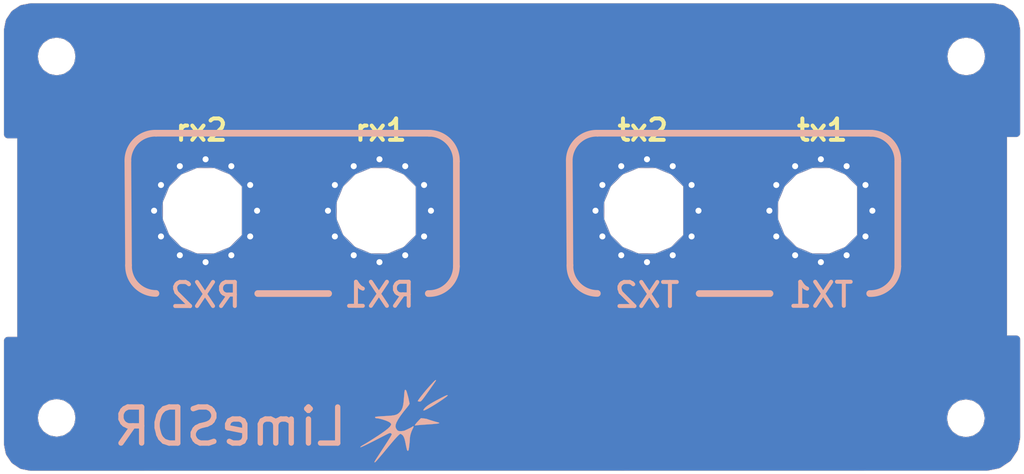
<source format=kicad_pcb>
(kicad_pcb (version 4) (host pcbnew "(2016-07-22 BZR 6991, Git 146a78a)-product")

  (general
    (links 47)
    (no_connects 47)
    (area 25.619999 92.929999 101.630001 127.950001)
    (thickness 1.6)
    (drawings 242)
    (tracks 0)
    (zones 0)
    (modules 5)
    (nets 2)
  )

  (page A4)
  (layers
    (0 F.Cu signal)
    (31 B.Cu signal)
    (32 B.Adhes user)
    (33 F.Adhes user)
    (34 B.Paste user)
    (35 F.Paste user)
    (36 B.SilkS user)
    (37 F.SilkS user)
    (38 B.Mask user)
    (39 F.Mask user)
    (40 Dwgs.User user)
    (41 Cmts.User user)
    (42 Eco1.User user)
    (43 Eco2.User user)
    (44 Edge.Cuts user)
    (45 Margin user)
    (46 B.CrtYd user)
    (47 F.CrtYd user)
    (48 B.Fab user)
    (49 F.Fab user)
  )

  (setup
    (last_trace_width 0.25)
    (trace_clearance 0.2)
    (zone_clearance 0)
    (zone_45_only yes)
    (trace_min 0.2)
    (segment_width 0.2)
    (edge_width 0.02)
    (via_size 0.8)
    (via_drill 0.4)
    (via_min_size 0.4)
    (via_min_drill 0.3)
    (uvia_size 0.3)
    (uvia_drill 0.1)
    (uvias_allowed no)
    (uvia_min_size 0.2)
    (uvia_min_drill 0.1)
    (pcb_text_width 0.3)
    (pcb_text_size 1.5 1.5)
    (mod_edge_width 0.15)
    (mod_text_size 1 1)
    (mod_text_width 0.15)
    (pad_size 0.8 0.8)
    (pad_drill 0.45)
    (pad_to_mask_clearance 0)
    (aux_axis_origin 25.45 92.7)
    (grid_origin 25.45 92.7)
    (visible_elements 7FFFFFFF)
    (pcbplotparams
      (layerselection 0x010f0_ffffffff)
      (usegerberextensions true)
      (excludeedgelayer true)
      (linewidth 0.150000)
      (plotframeref false)
      (viasonmask false)
      (mode 1)
      (useauxorigin true)
      (hpglpennumber 1)
      (hpglpenspeed 20)
      (hpglpendiameter 15)
      (psnegative false)
      (psa4output false)
      (plotreference false)
      (plotvalue false)
      (plotinvisibletext false)
      (padsonsilk false)
      (subtractmaskfromsilk true)
      (outputformat 1)
      (mirror false)
      (drillshape 0)
      (scaleselection 1)
      (outputdirectory Gerber/20160902_front_panel_4_conn/))
  )

  (net 0 "")
  (net 1 GND)

  (net_class Default "This is the default net class."
    (clearance 0.2)
    (trace_width 0.25)
    (via_dia 0.8)
    (via_drill 0.4)
    (uvia_dia 0.3)
    (uvia_drill 0.1)
    (add_net GND)
  )

  (module Ohisja:SMA_test1 (layer B.Cu) (tedit 57AB487E) (tstamp 57C9B296)
    (at 53.71 108.47 180)
    (fp_text reference REF** (at 0 -7.7 180) (layer Dwgs.User)
      (effects (font (size 1 1) (thickness 0.15)))
    )
    (fp_text value 2 (at 0 -6.7 180) (layer B.Fab)
      (effects (font (size 1 1) (thickness 0.15)) (justify mirror))
    )
    (fp_circle (center 0 0) (end 2.66 0) (layer B.Mask) (width 3))
    (fp_arc (start 0 0) (end -2.7 1.81) (angle -292.3265473) (layer Edge.Cuts) (width 0.02))
    (fp_circle (center 0 0) (end 6.25 0) (layer Dwgs.User) (width 0.15))
    (fp_line (start 0.2 -0.2) (end -0.2 0.2) (layer Dwgs.User) (width 0.15))
    (fp_line (start -0.2 -0.2) (end 0.2 0.2) (layer Dwgs.User) (width 0.15))
    (fp_line (start 4 -2.1) (end 4 2.1) (layer Dwgs.User) (width 0.15))
    (fp_line (start 0 -4.5) (end 4 -2.1) (layer Dwgs.User) (width 0.15))
    (fp_line (start -4 -2.1) (end 0 -4.5) (layer Dwgs.User) (width 0.15))
    (fp_line (start -4 2.1) (end -4 -2.1) (layer Dwgs.User) (width 0.15))
    (fp_line (start 0 4.5) (end -4 2.1) (layer Dwgs.User) (width 0.15))
    (fp_line (start 4 2.1) (end 0 4.5) (layer Dwgs.User) (width 0.15))
    (fp_line (start -2.7 1.81) (end -2.7 -1.81) (layer Edge.Cuts) (width 0.02))
    (fp_circle (center 0 0) (end 4.5 0) (layer Dwgs.User) (width 0.15))
    (fp_circle (center 0 0) (end 3.25 0) (layer Dwgs.User) (width 0.15))
    (fp_line (start -2.93 1.84) (end -2.93 -1.85) (layer B.Mask) (width 0.7))
    (fp_circle (center 0 0) (end 3.83 0) (layer B.Mask) (width 1.35))
    (fp_line (start -2.92 1.98) (end -2.92 -1.99) (layer F.Mask) (width 0.7))
    (fp_circle (center 0 0) (end 3.83 0) (layer F.Mask) (width 1.35))
    (fp_circle (center 0 0) (end 2.66 0) (layer F.Mask) (width 3))
    (pad 1 thru_hole circle (at 3.85 0 270) (size 0.8 0.8) (drill 0.45) (layers *.Cu)
      (net 1 GND))
    (pad 1 thru_hole circle (at 3.334198 1.925 240) (size 0.8 0.8) (drill 0.45) (layers *.Cu)
      (net 1 GND))
    (pad 1 thru_hole circle (at 1.925 3.334198 210) (size 0.8 0.8) (drill 0.45) (layers *.Cu)
      (net 1 GND))
    (pad 1 thru_hole circle (at 0 3.85 180) (size 0.8 0.8) (drill 0.45) (layers *.Cu)
      (net 1 GND))
    (pad 1 thru_hole circle (at -1.925 3.334198 150) (size 0.8 0.8) (drill 0.45) (layers *.Cu)
      (net 1 GND))
    (pad 1 thru_hole circle (at -3.334198 1.925 120) (size 0.8 0.8) (drill 0.45) (layers *.Cu)
      (net 1 GND))
    (pad 1 thru_hole circle (at -3.85 0 90) (size 0.8 0.8) (drill 0.45) (layers *.Cu)
      (net 1 GND))
    (pad 1 thru_hole circle (at -3.334198 -1.925 60) (size 0.8 0.8) (drill 0.45) (layers *.Cu)
      (net 1 GND))
    (pad 1 thru_hole circle (at -1.925 -3.334198 30) (size 0.8 0.8) (drill 0.45) (layers *.Cu)
      (net 1 GND))
    (pad 1 thru_hole circle (at 0 -3.85) (size 0.8 0.8) (drill 0.45) (layers *.Cu)
      (net 1 GND))
    (pad 1 thru_hole circle (at 1.925 -3.334198 330) (size 0.8 0.8) (drill 0.45) (layers *.Cu)
      (net 1 GND))
    (pad 1 thru_hole circle (at 3.334198 -1.925 300) (size 0.8 0.8) (drill 0.45) (layers *.Cu)
      (net 1 GND))
    (model D:/Dropbox/Projekti/Ohisja/sma.wrl
      (at (xyz 0 -0.02559055118110237 -0.1377952755905512))
      (scale (xyz 0.3937 0.3937 0.3937))
      (rotate (xyz 0 0 0))
    )
  )

  (module Ohisja:SMA_test1 (layer B.Cu) (tedit 57AB487E) (tstamp 57C9B274)
    (at 40.71 108.47 180)
    (fp_text reference REF** (at 0 -7.7 180) (layer Dwgs.User)
      (effects (font (size 1 1) (thickness 0.15)))
    )
    (fp_text value 2 (at 0 -6.7 180) (layer B.Fab)
      (effects (font (size 1 1) (thickness 0.15)) (justify mirror))
    )
    (fp_circle (center 0 0) (end 2.66 0) (layer B.Mask) (width 3))
    (fp_arc (start 0 0) (end -2.7 1.81) (angle -292.3265473) (layer Edge.Cuts) (width 0.02))
    (fp_circle (center 0 0) (end 6.25 0) (layer Dwgs.User) (width 0.15))
    (fp_line (start 0.2 -0.2) (end -0.2 0.2) (layer Dwgs.User) (width 0.15))
    (fp_line (start -0.2 -0.2) (end 0.2 0.2) (layer Dwgs.User) (width 0.15))
    (fp_line (start 4 -2.1) (end 4 2.1) (layer Dwgs.User) (width 0.15))
    (fp_line (start 0 -4.5) (end 4 -2.1) (layer Dwgs.User) (width 0.15))
    (fp_line (start -4 -2.1) (end 0 -4.5) (layer Dwgs.User) (width 0.15))
    (fp_line (start -4 2.1) (end -4 -2.1) (layer Dwgs.User) (width 0.15))
    (fp_line (start 0 4.5) (end -4 2.1) (layer Dwgs.User) (width 0.15))
    (fp_line (start 4 2.1) (end 0 4.5) (layer Dwgs.User) (width 0.15))
    (fp_line (start -2.7 1.81) (end -2.7 -1.81) (layer Edge.Cuts) (width 0.02))
    (fp_circle (center 0 0) (end 4.5 0) (layer Dwgs.User) (width 0.15))
    (fp_circle (center 0 0) (end 3.25 0) (layer Dwgs.User) (width 0.15))
    (fp_line (start -2.93 1.84) (end -2.93 -1.85) (layer B.Mask) (width 0.7))
    (fp_circle (center 0 0) (end 3.83 0) (layer B.Mask) (width 1.35))
    (fp_line (start -2.92 1.98) (end -2.92 -1.99) (layer F.Mask) (width 0.7))
    (fp_circle (center 0 0) (end 3.83 0) (layer F.Mask) (width 1.35))
    (fp_circle (center 0 0) (end 2.66 0) (layer F.Mask) (width 3))
    (pad 1 thru_hole circle (at 3.85 0 270) (size 0.8 0.8) (drill 0.45) (layers *.Cu)
      (net 1 GND))
    (pad 1 thru_hole circle (at 3.334198 1.925 240) (size 0.8 0.8) (drill 0.45) (layers *.Cu)
      (net 1 GND))
    (pad 1 thru_hole circle (at 1.925 3.334198 210) (size 0.8 0.8) (drill 0.45) (layers *.Cu)
      (net 1 GND))
    (pad 1 thru_hole circle (at 0 3.85 180) (size 0.8 0.8) (drill 0.45) (layers *.Cu)
      (net 1 GND))
    (pad 1 thru_hole circle (at -1.925 3.334198 150) (size 0.8 0.8) (drill 0.45) (layers *.Cu)
      (net 1 GND))
    (pad 1 thru_hole circle (at -3.334198 1.925 120) (size 0.8 0.8) (drill 0.45) (layers *.Cu)
      (net 1 GND))
    (pad 1 thru_hole circle (at -3.85 0 90) (size 0.8 0.8) (drill 0.45) (layers *.Cu)
      (net 1 GND))
    (pad 1 thru_hole circle (at -3.334198 -1.925 60) (size 0.8 0.8) (drill 0.45) (layers *.Cu)
      (net 1 GND))
    (pad 1 thru_hole circle (at -1.925 -3.334198 30) (size 0.8 0.8) (drill 0.45) (layers *.Cu)
      (net 1 GND))
    (pad 1 thru_hole circle (at 0 -3.85) (size 0.8 0.8) (drill 0.45) (layers *.Cu)
      (net 1 GND))
    (pad 1 thru_hole circle (at 1.925 -3.334198 330) (size 0.8 0.8) (drill 0.45) (layers *.Cu)
      (net 1 GND))
    (pad 1 thru_hole circle (at 3.334198 -1.925 300) (size 0.8 0.8) (drill 0.45) (layers *.Cu)
      (net 1 GND))
    (model D:/Dropbox/Projekti/Ohisja/sma.wrl
      (at (xyz 0 -0.02559055118110237 -0.1377952755905512))
      (scale (xyz 0.3937 0.3937 0.3937))
      (rotate (xyz 0 0 0))
    )
  )

  (module Ohisja:SMA_test1 (layer B.Cu) (tedit 57AB487E) (tstamp 57ABA22E)
    (at 86.71 108.47 180)
    (fp_text reference REF** (at 0 -7.7 180) (layer Dwgs.User)
      (effects (font (size 1 1) (thickness 0.15)))
    )
    (fp_text value 2 (at 0 -6.7 180) (layer B.Fab)
      (effects (font (size 1 1) (thickness 0.15)) (justify mirror))
    )
    (fp_circle (center 0 0) (end 2.66 0) (layer B.Mask) (width 3))
    (fp_arc (start 0 0) (end -2.7 1.81) (angle -292.3265473) (layer Edge.Cuts) (width 0.02))
    (fp_circle (center 0 0) (end 6.25 0) (layer Dwgs.User) (width 0.15))
    (fp_line (start 0.2 -0.2) (end -0.2 0.2) (layer Dwgs.User) (width 0.15))
    (fp_line (start -0.2 -0.2) (end 0.2 0.2) (layer Dwgs.User) (width 0.15))
    (fp_line (start 4 -2.1) (end 4 2.1) (layer Dwgs.User) (width 0.15))
    (fp_line (start 0 -4.5) (end 4 -2.1) (layer Dwgs.User) (width 0.15))
    (fp_line (start -4 -2.1) (end 0 -4.5) (layer Dwgs.User) (width 0.15))
    (fp_line (start -4 2.1) (end -4 -2.1) (layer Dwgs.User) (width 0.15))
    (fp_line (start 0 4.5) (end -4 2.1) (layer Dwgs.User) (width 0.15))
    (fp_line (start 4 2.1) (end 0 4.5) (layer Dwgs.User) (width 0.15))
    (fp_line (start -2.7 1.81) (end -2.7 -1.81) (layer Edge.Cuts) (width 0.02))
    (fp_circle (center 0 0) (end 4.5 0) (layer Dwgs.User) (width 0.15))
    (fp_circle (center 0 0) (end 3.25 0) (layer Dwgs.User) (width 0.15))
    (fp_line (start -2.93 1.84) (end -2.93 -1.85) (layer B.Mask) (width 0.7))
    (fp_circle (center 0 0) (end 3.83 0) (layer B.Mask) (width 1.35))
    (fp_line (start -2.92 1.98) (end -2.92 -1.99) (layer F.Mask) (width 0.7))
    (fp_circle (center 0 0) (end 3.83 0) (layer F.Mask) (width 1.35))
    (fp_circle (center 0 0) (end 2.66 0) (layer F.Mask) (width 3))
    (pad 1 thru_hole circle (at 3.85 0 270) (size 0.8 0.8) (drill 0.45) (layers *.Cu)
      (net 1 GND))
    (pad 1 thru_hole circle (at 3.334198 1.925 240) (size 0.8 0.8) (drill 0.45) (layers *.Cu)
      (net 1 GND))
    (pad 1 thru_hole circle (at 1.925 3.334198 210) (size 0.8 0.8) (drill 0.45) (layers *.Cu)
      (net 1 GND))
    (pad 1 thru_hole circle (at 0 3.85 180) (size 0.8 0.8) (drill 0.45) (layers *.Cu)
      (net 1 GND))
    (pad 1 thru_hole circle (at -1.925 3.334198 150) (size 0.8 0.8) (drill 0.45) (layers *.Cu)
      (net 1 GND))
    (pad 1 thru_hole circle (at -3.334198 1.925 120) (size 0.8 0.8) (drill 0.45) (layers *.Cu)
      (net 1 GND))
    (pad 1 thru_hole circle (at -3.85 0 90) (size 0.8 0.8) (drill 0.45) (layers *.Cu)
      (net 1 GND))
    (pad 1 thru_hole circle (at -3.334198 -1.925 60) (size 0.8 0.8) (drill 0.45) (layers *.Cu)
      (net 1 GND))
    (pad 1 thru_hole circle (at -1.925 -3.334198 30) (size 0.8 0.8) (drill 0.45) (layers *.Cu)
      (net 1 GND))
    (pad 1 thru_hole circle (at 0 -3.85) (size 0.8 0.8) (drill 0.45) (layers *.Cu)
      (net 1 GND))
    (pad 1 thru_hole circle (at 1.925 -3.334198 330) (size 0.8 0.8) (drill 0.45) (layers *.Cu)
      (net 1 GND))
    (pad 1 thru_hole circle (at 3.334198 -1.925 300) (size 0.8 0.8) (drill 0.45) (layers *.Cu)
      (net 1 GND))
    (model D:/Dropbox/Projekti/Ohisja/sma.wrl
      (at (xyz 0 -0.02559055118110237 -0.1377952755905512))
      (scale (xyz 0.3937 0.3937 0.3937))
      (rotate (xyz 0 0 0))
    )
  )

  (module Ohisja:SMA_test1 (layer B.Cu) (tedit 57AB487E) (tstamp 57ABA20C)
    (at 73.71 108.47 180)
    (fp_text reference REF** (at 0 -7.7 180) (layer Dwgs.User)
      (effects (font (size 1 1) (thickness 0.15)))
    )
    (fp_text value 2 (at 0 -6.7 180) (layer B.Fab)
      (effects (font (size 1 1) (thickness 0.15)) (justify mirror))
    )
    (fp_circle (center 0 0) (end 2.66 0) (layer B.Mask) (width 3))
    (fp_arc (start 0 0) (end -2.7 1.81) (angle -292.3265473) (layer Edge.Cuts) (width 0.02))
    (fp_circle (center 0 0) (end 6.25 0) (layer Dwgs.User) (width 0.15))
    (fp_line (start 0.2 -0.2) (end -0.2 0.2) (layer Dwgs.User) (width 0.15))
    (fp_line (start -0.2 -0.2) (end 0.2 0.2) (layer Dwgs.User) (width 0.15))
    (fp_line (start 4 -2.1) (end 4 2.1) (layer Dwgs.User) (width 0.15))
    (fp_line (start 0 -4.5) (end 4 -2.1) (layer Dwgs.User) (width 0.15))
    (fp_line (start -4 -2.1) (end 0 -4.5) (layer Dwgs.User) (width 0.15))
    (fp_line (start -4 2.1) (end -4 -2.1) (layer Dwgs.User) (width 0.15))
    (fp_line (start 0 4.5) (end -4 2.1) (layer Dwgs.User) (width 0.15))
    (fp_line (start 4 2.1) (end 0 4.5) (layer Dwgs.User) (width 0.15))
    (fp_line (start -2.7 1.81) (end -2.7 -1.81) (layer Edge.Cuts) (width 0.02))
    (fp_circle (center 0 0) (end 4.5 0) (layer Dwgs.User) (width 0.15))
    (fp_circle (center 0 0) (end 3.25 0) (layer Dwgs.User) (width 0.15))
    (fp_line (start -2.93 1.84) (end -2.93 -1.85) (layer B.Mask) (width 0.7))
    (fp_circle (center 0 0) (end 3.83 0) (layer B.Mask) (width 1.35))
    (fp_line (start -2.92 1.98) (end -2.92 -1.99) (layer F.Mask) (width 0.7))
    (fp_circle (center 0 0) (end 3.83 0) (layer F.Mask) (width 1.35))
    (fp_circle (center 0 0) (end 2.66 0) (layer F.Mask) (width 3))
    (pad 1 thru_hole circle (at 3.85 0 270) (size 0.8 0.8) (drill 0.45) (layers *.Cu)
      (net 1 GND))
    (pad 1 thru_hole circle (at 3.334198 1.925 240) (size 0.8 0.8) (drill 0.45) (layers *.Cu)
      (net 1 GND))
    (pad 1 thru_hole circle (at 1.925 3.334198 210) (size 0.8 0.8) (drill 0.45) (layers *.Cu)
      (net 1 GND))
    (pad 1 thru_hole circle (at 0 3.85 180) (size 0.8 0.8) (drill 0.45) (layers *.Cu)
      (net 1 GND))
    (pad 1 thru_hole circle (at -1.925 3.334198 150) (size 0.8 0.8) (drill 0.45) (layers *.Cu)
      (net 1 GND))
    (pad 1 thru_hole circle (at -3.334198 1.925 120) (size 0.8 0.8) (drill 0.45) (layers *.Cu)
      (net 1 GND))
    (pad 1 thru_hole circle (at -3.85 0 90) (size 0.8 0.8) (drill 0.45) (layers *.Cu)
      (net 1 GND))
    (pad 1 thru_hole circle (at -3.334198 -1.925 60) (size 0.8 0.8) (drill 0.45) (layers *.Cu)
      (net 1 GND))
    (pad 1 thru_hole circle (at -1.925 -3.334198 30) (size 0.8 0.8) (drill 0.45) (layers *.Cu)
      (net 1 GND))
    (pad 1 thru_hole circle (at 0 -3.85) (size 0.8 0.8) (drill 0.45) (layers *.Cu)
      (net 1 GND))
    (pad 1 thru_hole circle (at 1.925 -3.334198 330) (size 0.8 0.8) (drill 0.45) (layers *.Cu)
      (net 1 GND))
    (pad 1 thru_hole circle (at 3.334198 -1.925 300) (size 0.8 0.8) (drill 0.45) (layers *.Cu)
      (net 1 GND))
    (model D:/Dropbox/Projekti/Ohisja/sma.wrl
      (at (xyz 0 -0.02559055118110237 -0.1377952755905512))
      (scale (xyz 0.3937 0.3937 0.3937))
      (rotate (xyz 0 0 0))
    )
  )

  (module Ohisja:Lime_logo (layer B.Cu) (tedit 0) (tstamp 57D417C1)
    (at 55.8 124.26)
    (fp_text reference G*** (at 0 0) (layer B.SilkS) hide
      (effects (font (thickness 0.3)) (justify mirror))
    )
    (fp_text value LOGO (at 0.75 0) (layer B.SilkS) hide
      (effects (font (thickness 0.3)) (justify mirror))
    )
    (fp_poly (pts (xy 0.945957 -1.508197) (xy 0.982519 -1.519661) (xy 1.023131 -1.546913) (xy 1.073568 -1.596618)
      (xy 1.139601 -1.675441) (xy 1.227003 -1.790047) (xy 1.341546 -1.947101) (xy 1.489005 -2.153268)
      (xy 1.583381 -2.286) (xy 1.731494 -2.495399) (xy 1.864803 -2.685609) (xy 1.977766 -2.848585)
      (xy 2.064847 -2.976282) (xy 2.120505 -3.060655) (xy 2.13923 -3.093357) (xy 2.123027 -3.121022)
      (xy 2.067141 -3.090645) (xy 1.97079 -3.001686) (xy 1.901192 -2.928592) (xy 1.726978 -2.739481)
      (xy 1.587731 -2.585778) (xy 1.468508 -2.450207) (xy 1.354369 -2.315488) (xy 1.230375 -2.164344)
      (xy 1.095232 -1.996531) (xy 0.978321 -1.847263) (xy 0.881011 -1.716509) (xy 0.81103 -1.615175)
      (xy 0.776107 -1.554169) (xy 0.773823 -1.542959) (xy 0.814691 -1.517775) (xy 0.897791 -1.505979)
      (xy 0.907674 -1.505857) (xy 0.945957 -1.508197)) (layer B.SilkS) (width 0.01))
    (fp_poly (pts (xy -2.414828 3.029694) (xy -2.342616 2.962919) (xy -2.234055 2.842521) (xy -2.173854 2.771859)
      (xy -2.070789 2.649805) (xy -1.982798 2.546189) (xy -1.922028 2.475287) (xy -1.90366 2.454359)
      (xy -1.869525 2.414224) (xy -1.797317 2.327588) (xy -1.694991 2.204054) (xy -1.570505 2.053228)
      (xy -1.433575 1.886857) (xy -1.277906 1.699781) (xy -1.119419 1.513377) (xy -0.970984 1.3425)
      (xy -0.84547 1.202006) (xy -0.773486 1.124857) (xy -0.665038 1.013779) (xy -0.592913 0.947379)
      (xy -0.543215 0.917947) (xy -0.502046 0.917775) (xy -0.45551 0.939153) (xy -0.447103 0.9438)
      (xy -0.349671 1.021291) (xy -0.272321 1.13977) (xy -0.209494 1.310244) (xy -0.162927 1.506382)
      (xy -0.115809 1.740134) (xy -0.079962 1.912144) (xy -0.052598 2.031868) (xy -0.030931 2.108762)
      (xy -0.012172 2.15228) (xy 0.006466 2.171877) (xy 0.027769 2.17701) (xy 0.034807 2.177143)
      (xy 0.063057 2.165044) (xy 0.08558 2.121138) (xy 0.105379 2.034012) (xy 0.125457 1.892254)
      (xy 0.137869 1.7854) (xy 0.156189 1.607522) (xy 0.170769 1.441043) (xy 0.179748 1.308659)
      (xy 0.181706 1.250185) (xy 0.199496 1.091541) (xy 0.246577 0.899854) (xy 0.314279 0.703938)
      (xy 0.393934 0.532602) (xy 0.401806 0.518655) (xy 0.45112 0.414665) (xy 0.461278 0.349628)
      (xy 0.433943 0.331943) (xy 0.372151 0.368844) (xy 0.333678 0.396945) (xy 0.27366 0.432034)
      (xy 0.181743 0.479373) (xy 0.047576 0.544224) (xy -0.139195 0.631847) (xy -0.21062 0.665026)
      (xy -0.294235 0.687455) (xy -0.416548 0.702362) (xy -0.494912 0.705689) (xy -0.618109 0.701922)
      (xy -0.696294 0.681518) (xy -0.756654 0.635181) (xy -0.781604 0.607642) (xy -0.848617 0.502326)
      (xy -0.890078 0.38799) (xy -0.890345 0.386593) (xy -0.883766 0.248693) (xy -0.821226 0.066959)
      (xy -0.703534 -0.157241) (xy -0.5315 -0.422536) (xy -0.305936 -0.727557) (xy -0.02915 -1.06915)
      (xy 0.082211 -1.210981) (xy 0.147021 -1.315051) (xy 0.161882 -1.37586) (xy 0.161288 -1.377578)
      (xy 0.14236 -1.444658) (xy 0.118945 -1.552414) (xy 0.107255 -1.614715) (xy 0.089001 -1.71008)
      (xy 0.066478 -1.808588) (xy 0.035228 -1.927273) (xy -0.009203 -2.083167) (xy -0.062993 -2.265493)
      (xy -0.104558 -2.35475) (xy -0.153671 -2.388687) (xy -0.198983 -2.35952) (xy -0.199319 -2.358981)
      (xy -0.210401 -2.310042) (xy -0.224021 -2.202855) (xy -0.238689 -2.051632) (xy -0.252917 -1.870584)
      (xy -0.257459 -1.803708) (xy -0.282169 -1.505292) (xy -0.314947 -1.267958) (xy -0.358815 -1.08039)
      (xy -0.416794 -0.931275) (xy -0.491906 -0.809297) (xy -0.53787 -0.753798) (xy -0.619676 -0.668307)
      (xy -0.699684 -0.600572) (xy -0.787921 -0.547969) (xy -0.894414 -0.507875) (xy -1.02919 -0.477666)
      (xy -1.202276 -0.454718) (xy -1.423699 -0.436408) (xy -1.703485 -0.420113) (xy -1.839104 -0.413322)
      (xy -2.027446 -0.40248) (xy -2.191216 -0.389929) (xy -2.316043 -0.377003) (xy -2.387555 -0.365039)
      (xy -2.397109 -0.361465) (xy -2.424567 -0.319532) (xy -2.395238 -0.279033) (xy -2.323533 -0.255459)
      (xy -2.29714 -0.254) (xy -2.165688 -0.240636) (xy -1.998118 -0.204727) (xy -1.813423 -0.152545)
      (xy -1.630597 -0.090363) (xy -1.468633 -0.024454) (xy -1.346523 0.038909) (xy -1.296931 0.076344)
      (xy -1.232899 0.146602) (xy -1.215235 0.197974) (xy -1.236583 0.260366) (xy -1.246736 0.280381)
      (xy -1.324132 0.384987) (xy -1.46274 0.516838) (xy -1.663931 0.677094) (xy -1.929078 0.866912)
      (xy -1.995773 0.912512) (xy -2.168564 1.02791) (xy -2.369716 1.159226) (xy -2.583912 1.296757)
      (xy -2.795836 1.430801) (xy -2.990172 1.551653) (xy -3.151603 1.649612) (xy -3.246045 1.704571)
      (xy -3.382733 1.783554) (xy -3.466204 1.838605) (xy -3.508011 1.878526) (xy -3.519708 1.912116)
      (xy -3.519714 1.913012) (xy -3.490275 1.911419) (xy -3.401533 1.877177) (xy -3.252857 1.809975)
      (xy -3.043614 1.709506) (xy -2.773171 1.575461) (xy -2.440896 1.407529) (xy -2.046155 1.205403)
      (xy -1.621289 0.985874) (xy -1.461716 0.906595) (xy -1.352424 0.861668) (xy -1.28201 0.847218)
      (xy -1.242448 0.857067) (xy -1.186812 0.905402) (xy -1.171858 0.929427) (xy -1.176523 0.954066)
      (xy -1.200469 1.005533) (xy -1.246109 1.087684) (xy -1.315859 1.204374) (xy -1.412134 1.359457)
      (xy -1.537347 1.55679) (xy -1.693915 1.800228) (xy -1.884252 2.093625) (xy -2.110772 2.440836)
      (xy -2.291775 2.717385) (xy -2.370438 2.840779) (xy -2.430895 2.941953) (xy -2.463939 3.005219)
      (xy -2.467429 3.016742) (xy -2.454996 3.046437) (xy -2.414828 3.029694)) (layer B.SilkS) (width 0.01))
    (fp_poly (pts (xy 1.250785 -0.843459) (xy 1.358718 -0.887585) (xy 1.523376 -0.971395) (xy 1.551346 -0.98643)
      (xy 1.719914 -1.081331) (xy 1.908867 -1.194076) (xy 2.108649 -1.31826) (xy 2.309702 -1.44748)
      (xy 2.502469 -1.575331) (xy 2.677394 -1.695409) (xy 2.824919 -1.801308) (xy 2.935487 -1.886624)
      (xy 2.999542 -1.944952) (xy 3.011714 -1.965088) (xy 3.00172 -1.986665) (xy 2.966309 -1.987645)
      (xy 2.897338 -1.964911) (xy 2.786665 -1.915348) (xy 2.626148 -1.835838) (xy 2.485571 -1.763697)
      (xy 2.163983 -1.594702) (xy 1.901631 -1.450453) (xy 1.691407 -1.326297) (xy 1.526198 -1.217579)
      (xy 1.398894 -1.119644) (xy 1.302384 -1.027836) (xy 1.234777 -0.944921) (xy 1.192069 -0.872554)
      (xy 1.19632 -0.838591) (xy 1.250785 -0.843459)) (layer B.SilkS) (width 0.01))
    (fp_poly (pts (xy 0.640127 0.276382) (xy 0.712546 0.265702) (xy 0.841529 0.252481) (xy 1.011176 0.238132)
      (xy 1.205588 0.22407) (xy 1.288143 0.218753) (xy 1.61825 0.197392) (xy 1.881246 0.178267)
      (xy 2.082535 0.160816) (xy 2.227524 0.144481) (xy 2.321618 0.128699) (xy 2.370223 0.112909)
      (xy 2.378722 0.105609) (xy 2.362294 0.076998) (xy 2.296555 0.051996) (xy 2.186683 0.024462)
      (xy 2.0438 -0.015261) (xy 1.887226 -0.06131) (xy 1.736277 -0.107827) (xy 1.610272 -0.14895)
      (xy 1.528528 -0.178819) (xy 1.51445 -0.185265) (xy 1.44477 -0.207142) (xy 1.330855 -0.228844)
      (xy 1.231409 -0.241824) (xy 1.012347 -0.26472) (xy 0.818377 -0.064457) (xy 0.717921 0.043983)
      (xy 0.633926 0.143156) (xy 0.583106 0.213221) (xy 0.580402 0.21803) (xy 0.555092 0.274533)
      (xy 0.5756 0.288591) (xy 0.640127 0.276382)) (layer B.SilkS) (width 0.01))
  )

  (gr_line (start 57.51 102.67) (end 37.01 102.67) (layer B.SilkS) (width 0.5) (tstamp 57C9B2C1))
  (gr_line (start 59.46 112.64) (end 59.46 104.77061) (layer B.SilkS) (width 0.5) (tstamp 57C9B2C0))
  (gr_text RX1 (at 53.71 114.77) (layer B.SilkS) (tstamp 57C9B2BF)
    (effects (font (size 1.8 1.8) (thickness 0.3)) (justify mirror))
  )
  (gr_arc (start 57.40939 112.62) (end 57.35939 114.67) (angle -91.39718103) (layer B.SilkS) (width 0.5) (tstamp 57C9B2BE))
  (gr_arc (start 57.41 104.72061) (end 59.46 104.77061) (angle -91.39718103) (layer B.SilkS) (width 0.5) (tstamp 57C9B2BD))
  (gr_line (start 49.91 114.67) (end 44.61 114.67) (layer B.SilkS) (width 0.5) (tstamp 57C9B2BC))
  (gr_arc (start 36.95 104.72) (end 37 102.67) (angle -91.39718103) (layer B.SilkS) (width 0.5) (tstamp 57C9B2BB))
  (gr_line (start 34.9 104.76) (end 34.95 112.55939) (layer B.SilkS) (width 0.5) (tstamp 57C9B2BA))
  (gr_arc (start 37 112.60939) (end 34.95 112.55939) (angle -91.39718103) (layer B.SilkS) (width 0.5) (tstamp 57C9B2B9))
  (gr_text RX2 (at 40.71 114.78489) (layer B.SilkS) (tstamp 57C9B2B8)
    (effects (font (size 1.8 1.8) (thickness 0.3)) (justify mirror))
  )
  (gr_text rx2 (at 40.4 102.44) (layer F.SilkS) (tstamp 57C9B273)
    (effects (font (size 1.6 1.6) (thickness 0.3)))
  )
  (gr_text rx1 (at 53.81 102.44) (layer F.SilkS) (tstamp 57C9B272)
    (effects (font (size 1.6 1.6) (thickness 0.3)))
  )
  (gr_arc (start 69.95 104.72) (end 70 102.67) (angle -91.39718103) (layer B.SilkS) (width 0.5) (tstamp 57ABA2A7))
  (gr_line (start 67.9 104.76) (end 67.95 112.55939) (layer B.SilkS) (width 0.5) (tstamp 57ABA2A6))
  (gr_arc (start 70 112.60939) (end 67.95 112.55939) (angle -91.39718103) (layer B.SilkS) (width 0.5) (tstamp 57ABA2A5))
  (gr_text TX2 (at 73.71 114.78489) (layer B.SilkS) (tstamp 57AB9C38)
    (effects (font (size 1.8 1.8) (thickness 0.3)) (justify mirror))
  )
  (gr_text TX1 (at 86.71 114.77) (layer B.SilkS) (tstamp 57AB9C37)
    (effects (font (size 1.8 1.8) (thickness 0.3)) (justify mirror))
  )
  (gr_line (start 82.91 114.67) (end 77.61 114.67) (layer B.SilkS) (width 0.5) (tstamp 57AB9C36))
  (gr_line (start 90.51 102.67) (end 70.01 102.67) (layer B.SilkS) (width 0.5) (tstamp 57AB9C35))
  (gr_arc (start 90.41 104.72061) (end 92.46 104.77061) (angle -91.39718103) (layer B.SilkS) (width 0.5) (tstamp 57AB9C34))
  (gr_line (start 92.46 112.64) (end 92.46 104.77061) (layer B.SilkS) (width 0.5) (tstamp 57AB9C33))
  (gr_arc (start 90.40939 112.62) (end 90.35939 114.67) (angle -91.39718103) (layer B.SilkS) (width 0.5) (tstamp 57AB9C32))
  (gr_text tx1 (at 86.81 102.44) (layer F.SilkS) (tstamp 5766BBE9)
    (effects (font (size 1.6 1.6) (thickness 0.3)))
  )
  (gr_text tx2 (at 73.4 102.44) (layer F.SilkS) (tstamp 5766BBE8)
    (effects (font (size 1.6 1.6) (thickness 0.3)))
  )
  (gr_arc (start 27.63 125.94) (end 27.63 127.94) (angle 90) (layer Edge.Cuts) (width 0.02))
  (gr_circle (center 97.58 96.92) (end 95.78 96.92) (layer B.Mask) (width 0.8) (tstamp 57D411AC))
  (gr_circle (center 97.56 124) (end 95.76 124) (layer B.Mask) (width 0.8) (tstamp 57D411A4))
  (gr_circle (center 29.57 123.97) (end 27.77 123.97) (layer B.Mask) (width 0.8) (tstamp 57D4119D))
  (gr_arc (start 99.62 94.94) (end 99.62 92.94) (angle 90) (layer Edge.Cuts) (width 0.02))
  (gr_arc (start 27.63 94.94) (end 25.63 94.940001) (angle 90) (layer Edge.Cuts) (width 0.02))
  (gr_circle (center 29.575 96.925) (end 28.175 96.925) (layer Edge.Cuts) (width 0.02) (tstamp 57D40D24))
  (gr_circle (center 29.575 123.975) (end 28.175 123.975) (layer Edge.Cuts) (width 0.02) (tstamp 57D40D1C))
  (gr_circle (center 97.55 124) (end 98.95 124) (layer Edge.Cuts) (width 0.02) (tstamp 57D40D11))
  (gr_line (start 25.625224 92.937916) (end 101.625227 92.937916) (layer Dwgs.User) (width 0.1))
  (gr_line (start 29.75564 121.905489) (end 29.984832 122.009945) (layer Dwgs.User) (width 0.1))
  (gr_line (start 28.106135 121.902356) (end 29.75564 121.905489) (layer Dwgs.User) (width 0.1))
  (gr_line (start 28.108958 119.937926) (end 28.106135 121.902356) (layer Dwgs.User) (width 0.1))
  (gr_line (start 30.605044 119.931688) (end 28.108958 119.937926) (layer Dwgs.User) (width 0.1))
  (gr_line (start 30.607866 100.944004) (end 30.605044 119.931688) (layer Dwgs.User) (width 0.1))
  (gr_line (start 25.625224 127.937916) (end 25.625224 92.937916) (layer Dwgs.User) (width 0.1))
  (gr_line (start 101.625227 127.937916) (end 25.625224 127.937916) (layer Dwgs.User) (width 0.1))
  (gr_line (start 101.625227 92.937916) (end 101.625227 127.937916) (layer Dwgs.User) (width 0.1))
  (gr_line (start 97.481472 124.96438) (end 97.815112 124.958142) (layer Dwgs.User) (width 0.1))
  (gr_line (start 96.89526 124.699336) (end 97.191486 124.905135) (layer Dwgs.User) (width 0.1))
  (gr_line (start 96.655165 124.443648) (end 96.761182 124.580848) (layer Dwgs.User) (width 0.1))
  (gr_line (start 95.828855 123.480142) (end 95.944227 123.523796) (layer Dwgs.User) (width 0.1))
  (gr_line (start 29.356464 124.962827) (end 29.702582 124.99088) (layer Dwgs.User) (width 0.1))
  (gr_line (start 28.675208 123.531599) (end 28.583204 123.908897) (layer Dwgs.User) (width 0.1))
  (gr_line (start 29.984832 122.009945) (end 30.034701 122.310847) (layer Dwgs.User) (width 0.1))
  (gr_line (start 96.580328 124.110008) (end 96.623982 124.259679) (layer Dwgs.User) (width 0.1))
  (gr_line (start 95.532914 125.903037) (end 95.532632 123.68906) (layer Dwgs.User) (width 0.1))
  (gr_line (start 29.96454 122.455842) (end 29.404837 122.990602) (layer Dwgs.User) (width 0.1))
  (gr_line (start 30.034701 122.310847) (end 29.96454 122.455842) (layer Dwgs.User) (width 0.1))
  (gr_line (start 97.876769 97.846228) (end 98.11159 97.761342) (layer Dwgs.User) (width 0.1))
  (gr_line (start 30.436896 124.484181) (end 30.620876 124.03205) (layer Dwgs.User) (width 0.1))
  (gr_line (start 95.944227 123.523796) (end 96.580328 124.110008) (layer Dwgs.User) (width 0.1))
  (gr_line (start 97.694869 97.912376) (end 97.876769 97.846228) (layer Dwgs.User) (width 0.1))
  (gr_line (start 97.059869 98.669744) (end 97.140347 98.510994) (layer Dwgs.User) (width 0.1))
  (gr_line (start 97.815112 124.958142) (end 98.136281 124.777292) (layer Dwgs.User) (width 0.1))
  (gr_line (start 97.117197 98.832906) (end 97.059869 98.669744) (layer Dwgs.User) (width 0.1))
  (gr_line (start 98.391969 123.424016) (end 98.1394 123.174566) (layer Dwgs.User) (width 0.1))
  (gr_line (start 31.222659 123.483258) (end 31.260082 123.448959) (layer Dwgs.User) (width 0.1))
  (gr_line (start 29.702582 124.99088) (end 30.076752 124.838091) (layer Dwgs.User) (width 0.1))
  (gr_line (start 28.760891 124.540321) (end 29.013452 124.786653) (layer Dwgs.User) (width 0.1))
  (gr_line (start 29.404837 122.990602) (end 29.12888 123.054525) (layer Dwgs.User) (width 0.1))
  (gr_line (start 98.984723 100.937394) (end 98.990226 98.957428) (layer Dwgs.User) (width 0.1))
  (gr_line (start 97.768342 123.006183) (end 97.122886 122.385673) (layer Dwgs.User) (width 0.1))
  (gr_line (start 97.072995 122.189232) (end 97.175893 121.977196) (layer Dwgs.User) (width 0.1))
  (gr_line (start 31.618363 125.899819) (end 95.532914 125.903037) (layer Dwgs.User) (width 0.1))
  (gr_line (start 97.384808 121.902362) (end 98.99689 121.896124) (layer Dwgs.User) (width 0.1))
  (gr_line (start 98.407562 124.484184) (end 98.557233 124.103771) (layer Dwgs.User) (width 0.1))
  (gr_line (start 95.532632 123.68906) (end 95.638648 123.548742) (layer Dwgs.User) (width 0.1))
  (gr_line (start 29.12888 123.054525) (end 28.84203 123.266559) (layer Dwgs.User) (width 0.1))
  (gr_line (start 97.191486 124.905135) (end 97.481472 124.96438) (layer Dwgs.User) (width 0.1))
  (gr_line (start 96.761182 124.580848) (end 96.89526 124.699336) (layer Dwgs.User) (width 0.1))
  (gr_line (start 98.507361 97.236586) (end 98.559174 97.091064) (layer Dwgs.User) (width 0.1))
  (gr_line (start 98.559174 97.091064) (end 98.556916 96.71734) (layer Dwgs.User) (width 0.1))
  (gr_line (start 97.269331 98.959685) (end 97.117197 98.832906) (layer Dwgs.User) (width 0.1))
  (gr_line (start 98.990226 98.957428) (end 97.269331 98.959685) (layer Dwgs.User) (width 0.1))
  (gr_line (start 96.623982 124.259679) (end 96.655165 124.443648) (layer Dwgs.User) (width 0.1))
  (gr_line (start 28.583204 123.908897) (end 28.595622 124.230066) (layer Dwgs.User) (width 0.1))
  (gr_line (start 31.260082 123.448959) (end 31.534486 123.609544) (layer Dwgs.User) (width 0.1))
  (gr_line (start 28.84203 123.266559) (end 28.675208 123.531599) (layer Dwgs.User) (width 0.1))
  (gr_line (start 97.175893 121.977196) (end 97.384808 121.902362) (layer Dwgs.User) (width 0.1))
  (gr_line (start 30.620876 124.03205) (end 31.222659 123.483258) (layer Dwgs.User) (width 0.1))
  (gr_line (start 98.556916 96.71734) (end 98.480849 96.555282) (layer Dwgs.User) (width 0.1))
  (gr_line (start 98.136281 124.777292) (end 98.407562 124.484184) (layer Dwgs.User) (width 0.1))
  (gr_line (start 31.534486 123.609544) (end 31.61554 123.745182) (layer Dwgs.User) (width 0.1))
  (gr_line (start 98.480849 96.555282) (end 98.28241 96.253217) (layer Dwgs.User) (width 0.1))
  (gr_line (start 98.311129 97.577237) (end 98.507361 97.236586) (layer Dwgs.User) (width 0.1))
  (gr_line (start 95.638648 123.548742) (end 95.828855 123.480142) (layer Dwgs.User) (width 0.1))
  (gr_line (start 98.11159 97.761342) (end 98.311129 97.577237) (layer Dwgs.User) (width 0.1))
  (gr_line (start 97.140347 98.510994) (end 97.694869 97.912376) (layer Dwgs.User) (width 0.1))
  (gr_line (start 96.535122 100.950631) (end 98.984723 100.937394) (layer Dwgs.User) (width 0.1))
  (gr_line (start 98.99689 121.896124) (end 98.994632 119.938885) (layer Dwgs.User) (width 0.1))
  (gr_line (start 96.525187 119.932281) (end 96.535122 100.950631) (layer Dwgs.User) (width 0.1))
  (gr_line (start 98.994632 119.938885) (end 96.525187 119.932281) (layer Dwgs.User) (width 0.1))
  (gr_line (start 98.544758 123.754538) (end 98.391969 123.424016) (layer Dwgs.User) (width 0.1))
  (gr_line (start 97.122886 122.385673) (end 97.072995 122.189232) (layer Dwgs.User) (width 0.1))
  (gr_line (start 29.013452 124.786653) (end 29.356464 124.962827) (layer Dwgs.User) (width 0.1))
  (gr_line (start 98.1394 123.174566) (end 97.768342 123.006183) (layer Dwgs.User) (width 0.1))
  (gr_line (start 31.61554 123.745182) (end 31.618363 125.899819) (layer Dwgs.User) (width 0.1))
  (gr_line (start 98.557233 124.103771) (end 98.544758 123.754538) (layer Dwgs.User) (width 0.1))
  (gr_line (start 28.595622 124.230066) (end 28.760891 124.540321) (layer Dwgs.User) (width 0.1))
  (gr_line (start 30.076752 124.838091) (end 30.436896 124.484181) (layer Dwgs.User) (width 0.1))
  (gr_line (start 100.047823 93.019746) (end 99.66638 92.977853) (layer Dwgs.User) (width 0.1))
  (gr_line (start 101.504126 102.929494) (end 101.533892 102.847915) (layer Dwgs.User) (width 0.1))
  (gr_line (start 100.527782 102.963671) (end 101.44239 102.963671) (layer Dwgs.User) (width 0.1))
  (gr_line (start 26.071172 93.729935) (end 25.784293 94.210128) (layer Dwgs.User) (width 0.1))
  (gr_line (start 101.415938 94.353686) (end 101.194351 93.91051) (layer Dwgs.User) (width 0.1))
  (gr_line (start 101.533892 102.847915) (end 101.53059 94.807889) (layer Dwgs.User) (width 0.1))
  (gr_line (start 101.194351 93.91051) (end 100.857005 93.500407) (layer Dwgs.User) (width 0.1))
  (gr_line (start 25.784293 94.210128) (end 25.625261 94.668496) (layer Dwgs.User) (width 0.1))
  (gr_line (start 27.443139 92.977853) (end 26.944255 93.103188) (layer Dwgs.User) (width 0.1))
  (gr_line (start 100.504227 93.253462) (end 100.047823 93.019746) (layer Dwgs.User) (width 0.1))
  (gr_line (start 101.53059 94.807889) (end 101.415938 94.353686) (layer Dwgs.User) (width 0.1))
  (gr_line (start 26.473395 93.361994) (end 26.071172 93.729935) (layer Dwgs.User) (width 0.1))
  (gr_line (start 99.66638 92.977853) (end 27.443139 92.977853) (layer Dwgs.User) (width 0.1))
  (gr_line (start 100.857005 93.500407) (end 100.504227 93.253462) (layer Dwgs.User) (width 0.1))
  (gr_line (start 101.44239 102.963671) (end 101.504126 102.929494) (layer Dwgs.User) (width 0.1))
  (gr_line (start 100.527782 117.908025) (end 100.527782 102.963671) (layer Dwgs.User) (width 0.1))
  (gr_line (start 26.944255 93.103188) (end 26.473395 93.361994) (layer Dwgs.User) (width 0.1))
  (gr_line (start 25.625261 94.668496) (end 25.613859 102.950426) (layer Dwgs.User) (width 0.1))
  (gr_line (start 97.145805 96.043765) (end 96.88453 96.202515) (layer Dwgs.User) (width 0.1))
  (gr_line (start 97.731196 95.942332) (end 97.410389 95.934627) (layer Dwgs.User) (width 0.1))
  (gr_line (start 29.293924 97.886487) (end 29.484114 97.951969) (layer Dwgs.User) (width 0.1))
  (gr_line (start 28.701483 97.40941) (end 28.841776 97.624563) (layer Dwgs.User) (width 0.1))
  (gr_line (start 31.534345 97.30962) (end 31.376865 97.407839) (layer Dwgs.User) (width 0.1))
  (gr_line (start 28.586139 96.751483) (end 28.595452 97.128777) (layer Dwgs.User) (width 0.1))
  (gr_line (start 96.600103 96.72617) (end 96.53616 96.865077) (layer Dwgs.User) (width 0.1))
  (gr_line (start 28.857411 96.240107) (end 28.685904 96.483321) (layer Dwgs.User) (width 0.1))
  (gr_line (start 31.220966 97.417208) (end 30.53652 96.762399) (layer Dwgs.User) (width 0.1))
  (gr_line (start 95.563817 97.24321) (end 95.528539 97.091075) (layer Dwgs.User) (width 0.1))
  (gr_line (start 97.974833 96.012887) (end 97.731196 95.942332) (layer Dwgs.User) (width 0.1))
  (gr_line (start 30.051662 96.059257) (end 29.749205 95.947003) (layer Dwgs.User) (width 0.1))
  (gr_line (start 100.696045 127.543462) (end 101.176706 127.027523) (layer Dwgs.User) (width 0.1))
  (gr_line (start 29.749205 95.947003) (end 29.365665 95.940766) (layer Dwgs.User) (width 0.1))
  (gr_line (start 28.685904 96.483321) (end 28.586139 96.751483) (layer Dwgs.User) (width 0.1))
  (gr_line (start 30.471045 96.530096) (end 30.329172 96.293117) (layer Dwgs.User) (width 0.1))
  (gr_line (start 100.224206 127.799226) (end 100.696045 127.543462) (layer Dwgs.User) (width 0.1))
  (gr_line (start 25.607199 118.172801) (end 25.611714 126.030926) (layer Dwgs.User) (width 0.1))
  (gr_line (start 25.613859 102.950426) (end 26.62588 102.95703) (layer Dwgs.User) (width 0.1))
  (gr_line (start 29.053838 96.087318) (end 28.857411 96.240107) (layer Dwgs.User) (width 0.1))
  (gr_line (start 28.115251 98.971615) (end 28.102833 100.923574) (layer Dwgs.User) (width 0.1))
  (gr_line (start 97.410389 95.934627) (end 97.145805 96.043765) (layer Dwgs.User) (width 0.1))
  (gr_line (start 28.841776 97.624563) (end 29.013282 97.752406) (layer Dwgs.User) (width 0.1))
  (gr_line (start 28.595452 97.128777) (end 28.701483 97.40941) (layer Dwgs.User) (width 0.1))
  (gr_line (start 26.211436 127.349434) (end 26.621534 127.631656) (layer Dwgs.User) (width 0.1))
  (gr_line (start 30.001737 98.506998) (end 30.045397 98.703442) (layer Dwgs.User) (width 0.1))
  (gr_line (start 25.691132 117.968853) (end 25.613972 118.079094) (layer Dwgs.User) (width 0.1))
  (gr_line (start 98.28241 96.253217) (end 98.11374 96.107697) (layer Dwgs.User) (width 0.1))
  (gr_line (start 27.115422 127.86537) (end 99.681809 127.86537) (layer Dwgs.User) (width 0.1))
  (gr_line (start 25.613972 118.079094) (end 25.607199 118.172801) (layer Dwgs.User) (width 0.1))
  (gr_line (start 101.551531 118.135652) (end 101.469461 118.023398) (layer Dwgs.User) (width 0.1))
  (gr_line (start 29.817757 98.968482) (end 28.115251 98.971615) (layer Dwgs.User) (width 0.1))
  (gr_line (start 29.013282 97.752406) (end 29.293924 97.886487) (layer Dwgs.User) (width 0.1))
  (gr_line (start 29.484114 97.951969) (end 30.001737 98.506998) (layer Dwgs.User) (width 0.1))
  (gr_line (start 30.329172 96.293117) (end 30.051662 96.059257) (layer Dwgs.User) (width 0.1))
  (gr_line (start 96.53616 96.865077) (end 95.873601 97.428418) (layer Dwgs.User) (width 0.1))
  (gr_line (start 30.53652 96.762399) (end 30.471045 96.530096) (layer Dwgs.User) (width 0.1))
  (gr_line (start 25.68227 126.529226) (end 25.924783 126.974606) (layer Dwgs.User) (width 0.1))
  (gr_line (start 101.290168 117.908025) (end 100.527782 117.908025) (layer Dwgs.User) (width 0.1))
  (gr_line (start 26.621534 127.631656) (end 27.115422 127.86537) (layer Dwgs.User) (width 0.1))
  (gr_line (start 95.729182 97.397552) (end 95.563817 97.24321) (layer Dwgs.User) (width 0.1))
  (gr_line (start 101.469461 118.023398) (end 101.290168 117.908025) (layer Dwgs.User) (width 0.1))
  (gr_line (start 31.604477 97.226988) (end 31.534345 97.30962) (layer Dwgs.User) (width 0.1))
  (gr_line (start 101.551531 125.942731) (end 101.551531 118.135652) (layer Dwgs.User) (width 0.1))
  (gr_line (start 30.004842 98.859347) (end 29.817757 98.968482) (layer Dwgs.User) (width 0.1))
  (gr_line (start 96.713653 96.434028) (end 96.600103 96.72617) (layer Dwgs.User) (width 0.1))
  (gr_line (start 96.88453 96.202515) (end 96.713653 96.434028) (layer Dwgs.User) (width 0.1))
  (gr_line (start 31.376865 97.407839) (end 31.220966 97.417208) (layer Dwgs.User) (width 0.1))
  (gr_line (start 98.11374 96.107697) (end 97.974833 96.012887) (layer Dwgs.User) (width 0.1))
  (gr_line (start 101.458929 126.502767) (end 101.551531 125.942731) (layer Dwgs.User) (width 0.1))
  (gr_line (start 95.873601 97.428418) (end 95.729182 97.397552) (layer Dwgs.User) (width 0.1))
  (gr_line (start 95.530797 94.97) (end 31.62 94.97) (layer Dwgs.User) (width 0.1))
  (gr_line (start 95.528539 97.091075) (end 95.530797 94.97) (layer Dwgs.User) (width 0.1))
  (gr_line (start 101.176706 127.027523) (end 101.458929 126.502767) (layer Dwgs.User) (width 0.1))
  (gr_line (start 99.681809 127.86537) (end 100.224206 127.799226) (layer Dwgs.User) (width 0.1))
  (gr_line (start 25.924783 126.974606) (end 26.211436 127.349434) (layer Dwgs.User) (width 0.1))
  (gr_line (start 26.62588 102.95703) (end 26.619389 117.919215) (layer Dwgs.User) (width 0.1))
  (gr_line (start 30.045397 98.703442) (end 30.004842 98.859347) (layer Dwgs.User) (width 0.1))
  (gr_line (start 25.611714 126.030926) (end 25.68227 126.529226) (layer Dwgs.User) (width 0.1))
  (gr_line (start 25.8091 117.920344) (end 25.691132 117.968853) (layer Dwgs.User) (width 0.1))
  (gr_line (start 26.619389 117.919215) (end 25.8091 117.920344) (layer Dwgs.User) (width 0.1))
  (gr_line (start 28.102833 100.923574) (end 30.607866 100.944004) (layer Dwgs.User) (width 0.1))
  (gr_line (start 29.365665 95.940766) (end 29.053838 96.087318) (layer Dwgs.User) (width 0.1))
  (gr_line (start 31.62 94.97) (end 31.604477 97.226988) (layer Dwgs.User) (width 0.1))
  (gr_line (start 69.573995 123.99239) (end 57.587695 123.99239) (layer Dwgs.User) (width 0.1))
  (gr_line (start 79.328238 113.878303) (end 84.329742 113.878303) (layer Dwgs.User) (width 0.1))
  (gr_line (start 56.964546 121.329178) (end 56.964546 119.358511) (layer Dwgs.User) (width 0.1))
  (gr_line (start 70.38504 121.329178) (end 56.964546 121.329178) (layer Dwgs.User) (width 0.1))
  (gr_line (start 70.38504 119.358511) (end 70.38504 121.329178) (layer Dwgs.User) (width 0.1))
  (gr_line (start 56.964546 119.358511) (end 70.38504 119.358511) (layer Dwgs.User) (width 0.1))
  (gr_line (start 84.411183 121.317425) (end 79.409679 121.317425) (layer Dwgs.User) (width 0.1))
  (gr_line (start 84.411183 113.896241) (end 84.411183 121.317425) (layer Dwgs.User) (width 0.1))
  (gr_line (start 79.409679 113.896241) (end 84.411183 113.896241) (layer Dwgs.User) (width 0.1))
  (gr_line (start 69.573995 119.47353) (end 69.573995 123.99239) (layer Dwgs.User) (width 0.1))
  (gr_line (start 57.587695 119.47353) (end 69.573995 119.47353) (layer Dwgs.User) (width 0.1))
  (gr_line (start 57.587695 123.99239) (end 57.587695 119.47353) (layer Dwgs.User) (width 0.1))
  (gr_line (start 79.328238 121.299487) (end 79.328238 113.878303) (layer Dwgs.User) (width 0.1))
  (gr_line (start 79.409679 121.317425) (end 79.409679 113.896241) (layer Dwgs.User) (width 0.1))
  (gr_line (start 84.329742 121.299487) (end 79.328238 121.299487) (layer Dwgs.User) (width 0.1))
  (gr_line (start 84.329742 113.878303) (end 84.329742 121.299487) (layer Dwgs.User) (width 0.1))
  (gr_line (start 57.322923 119.272199) (end 69.822923 119.272199) (layer Dwgs.User) (width 0.1))
  (gr_line (start 70.692487 119.613642) (end 56.627908 119.613642) (layer Dwgs.User) (width 0.1))
  (gr_line (start 69.822923 124.272199) (end 57.322923 124.272199) (layer Dwgs.User) (width 0.1))
  (gr_line (start 57.322923 124.272199) (end 57.322923 119.272199) (layer Dwgs.User) (width 0.1))
  (gr_line (start 56.839818 115.903611) (end 70.484833 115.903611) (layer Dwgs.User) (width 0.1))
  (gr_line (start 79.203344 121.309949) (end 79.203344 113.645763) (layer Dwgs.User) (width 0.1))
  (gr_line (start 70.692487 115.55387) (end 70.692487 119.613642) (layer Dwgs.User) (width 0.1))
  (gr_line (start 79.203344 113.645763) (end 84.567663 113.645763) (layer Dwgs.User) (width 0.1))
  (gr_line (start 56.839818 119.346059) (end 56.839818 115.903611) (layer Dwgs.User) (width 0.1))
  (gr_line (start 70.484833 115.903611) (end 70.484833 119.346059) (layer Dwgs.User) (width 0.1))
  (gr_line (start 69.822923 119.272199) (end 69.822923 124.272199) (layer Dwgs.User) (width 0.1))
  (gr_line (start 84.567663 113.645763) (end 84.567663 121.309949) (layer Dwgs.User) (width 0.1))
  (gr_line (start 84.567663 121.309949) (end 79.203344 121.309949) (layer Dwgs.User) (width 0.1))
  (gr_line (start 56.627908 115.55387) (end 70.692487 115.55387) (layer Dwgs.User) (width 0.1))
  (gr_line (start 56.627908 119.613642) (end 56.627908 115.55387) (layer Dwgs.User) (width 0.1))
  (gr_line (start 70.484833 119.346059) (end 56.839818 119.346059) (layer Dwgs.User) (width 0.1))
  (gr_text luftek (at 95.7 118.3 90) (layer F.Mask)
    (effects (font (size 0.8 0.8) (thickness 0.1)))
  )
  (gr_arc (start 101.32 118.1) (end 101.32 117.8) (angle 90) (layer Edge.Cuts) (width 0.02) (tstamp 57C9A4C8))
  (gr_arc (start 101.32 102.66) (end 101.62 102.66) (angle 90) (layer Edge.Cuts) (width 0.02) (tstamp 57C9A4B3))
  (gr_arc (start 25.93 102.76) (end 25.93 103.06) (angle 90) (layer Edge.Cuts) (width 0.02) (tstamp 57C9A49B))
  (gr_arc (start 25.93 118.2) (end 25.63 118.2) (angle 90) (layer Edge.Cuts) (width 0.02))
  (gr_line (start 25.63 94.94) (end 25.63 102.76) (layer Edge.Cuts) (width 0.02) (tstamp 57C9A478))
  (gr_line (start 25.63 118.2) (end 25.63 125.94) (layer Edge.Cuts) (width 0.02) (tstamp 57C9A474))
  (gr_line (start 101.62 118.1) (end 101.62 125.44) (layer Edge.Cuts) (width 0.02))
  (gr_line (start 101.62 94.94) (end 101.62 102.66) (layer Edge.Cuts) (width 0.02))
  (gr_line (start 100.629999 102.96) (end 101.32 102.96) (layer Edge.Cuts) (width 0.02) (tstamp 57C9A466))
  (gr_line (start 100.63 117.8) (end 100.629999 102.96) (layer Edge.Cuts) (width 0.02) (tstamp 57C9A465))
  (gr_line (start 100.63 117.8) (end 101.32 117.8) (layer Edge.Cuts) (width 0.02) (tstamp 57C9A464))
  (gr_line (start 26.62 103.06) (end 26.62 117.9) (layer Edge.Cuts) (width 0.02))
  (gr_line (start 26.62 103.06) (end 25.93 103.06) (layer Edge.Cuts) (width 0.02) (tstamp 57C9A460))
  (gr_line (start 26.62 117.9) (end 25.93 117.9) (layer Edge.Cuts) (width 0.02))
  (gr_text 20160902 (at 95.66 116.33 90) (layer F.Mask) (tstamp 57B7285D)
    (effects (font (size 0.8 0.8) (thickness 0.15)) (justify left))
  )
  (gr_circle (center 29.58 96.93) (end 27.78 96.93) (layer B.Mask) (width 0.8) (tstamp 57B5ECC0))
  (gr_circle (center 97.575 96.925) (end 98.975 96.925) (layer Edge.Cuts) (width 0.02) (tstamp 57B5EBD5))
  (gr_arc (start 99.13 125.44) (end 99.13 127.93) (angle -90) (layer Edge.Cuts) (width 0.02) (tstamp 57AB9363))
  (gr_line (start 99.13 127.93) (end 27.63 127.94) (layer Edge.Cuts) (width 0.02))
  (gr_line (start 27.63 92.94) (end 99.62 92.94) (layer Edge.Cuts) (width 0.02))
  (gr_text "76x35x100 split shell" (at 88.24 125.01) (layer F.Mask)
    (effects (font (size 0.8 0.8) (thickness 0.1)))
  )
  (gr_text LimeSDR (at 42.55 124.63) (layer B.SilkS)
    (effects (font (size 2.7 2.7) (thickness 0.4)) (justify mirror))
  )

  (zone (net 0) (net_name "") (layer F.Mask) (tstamp 5766C47B) (hatch none 0.508)
    (connect_pads (clearance 0))
    (min_thickness 0.254)
    (fill yes (arc_segments 16) (thermal_gap 0.508) (thermal_bridge_width 0.508))
    (polygon
      (pts
        (xy 30.32 92.76) (xy 30.29 94.98) (xy 96.31 94.96) (xy 96.6 92.81)
      )
    )
    (filled_polygon
      (pts
        (xy 96.454735 92.93689) (xy 96.198976 94.833034) (xy 30.418728 94.852961) (xy 30.445294 92.887095)
      )
    )
  )
  (zone (net 0) (net_name "") (layer F.Mask) (tstamp 57AB93B7) (hatch none 0.508)
    (connect_pads (clearance 0))
    (min_thickness 0.254)
    (fill yes (arc_segments 16) (thermal_gap 0.508) (thermal_bridge_width 0.508))
    (polygon
      (pts
        (xy 31.42 125.9) (xy 31.43 128.07) (xy 95.88 128.09) (xy 95.87 125.88)
      )
    )
    (filled_polygon
      (pts
        (xy 95.752424 127.96296) (xy 31.556417 127.943039) (xy 31.547587 126.02696) (xy 95.743573 126.007039)
      )
    )
  )
  (zone (net 1) (net_name GND) (layer B.Cu) (tstamp 0) (hatch edge 0.508)
    (connect_pads yes (clearance 0))
    (min_thickness 0.254)
    (fill yes (arc_segments 16) (thermal_gap 0.508) (thermal_bridge_width 0.508))
    (polygon
      (pts
        (xy 25.4 92.7) (xy 101.9 92.7) (xy 101.9 128.2) (xy 25.4 128.1)
      )
    )
    (filled_polygon
      (pts
        (xy 100.331912 93.221292) (xy 100.935443 93.624557) (xy 101.338708 94.228088) (xy 101.483 94.953495) (xy 101.483 102.646505)
        (xy 101.468112 102.721352) (xy 101.433361 102.77336) (xy 101.381352 102.808112) (xy 101.306505 102.823) (xy 100.629999 102.823)
        (xy 100.577571 102.833429) (xy 100.533125 102.863126) (xy 100.503428 102.907572) (xy 100.492999 102.96) (xy 100.493 117.8)
        (xy 100.503429 117.852428) (xy 100.533126 117.896874) (xy 100.577572 117.926571) (xy 100.63 117.937) (xy 101.306505 117.937)
        (xy 101.381352 117.951888) (xy 101.433361 117.98664) (xy 101.468112 118.038648) (xy 101.483 118.113495) (xy 101.483 125.426505)
        (xy 101.301408 126.339429) (xy 100.791926 127.101923) (xy 100.029429 127.611408) (xy 99.116495 127.793002) (xy 27.643486 127.802998)
        (xy 26.918088 127.658708) (xy 26.314557 127.255443) (xy 25.911292 126.651912) (xy 25.767 125.926505) (xy 25.767 123.975)
        (xy 28.038 123.975) (xy 28.154997 124.563184) (xy 28.488177 125.061823) (xy 28.986816 125.395003) (xy 29.575 125.512)
        (xy 30.163184 125.395003) (xy 30.661823 125.061823) (xy 30.995003 124.563184) (xy 31.107027 124) (xy 96.013 124)
        (xy 96.129997 124.588184) (xy 96.463177 125.086823) (xy 96.961816 125.420003) (xy 97.55 125.537) (xy 98.138184 125.420003)
        (xy 98.636823 125.086823) (xy 98.970003 124.588184) (xy 99.087 124) (xy 98.970003 123.411816) (xy 98.636823 122.913177)
        (xy 98.138184 122.579997) (xy 97.55 122.463) (xy 96.961816 122.579997) (xy 96.463177 122.913177) (xy 96.129997 123.411816)
        (xy 96.013 124) (xy 31.107027 124) (xy 31.112 123.975) (xy 30.995003 123.386816) (xy 30.661823 122.888177)
        (xy 30.163184 122.554997) (xy 29.575 122.438) (xy 28.986816 122.554997) (xy 28.488177 122.888177) (xy 28.154997 123.386816)
        (xy 28.038 123.975) (xy 25.767 123.975) (xy 25.767 118.213495) (xy 25.781888 118.138648) (xy 25.81664 118.086639)
        (xy 25.868648 118.051888) (xy 25.943495 118.037) (xy 26.62 118.037) (xy 26.672428 118.026571) (xy 26.716874 117.996874)
        (xy 26.746571 117.952428) (xy 26.757 117.9) (xy 26.757 109.099117) (xy 37.383948 109.099117) (xy 37.394297 109.151561)
        (xy 37.877882 110.324054) (xy 37.883586 110.332618) (xy 37.907513 110.368545) (xy 38.80298 111.266727) (xy 38.829562 111.284546)
        (xy 38.847381 111.296492) (xy 40.018404 111.783624) (xy 40.070816 111.794132) (xy 41.339117 111.796052) (xy 41.391561 111.785703)
        (xy 42.564054 111.302118) (xy 42.581839 111.290272) (xy 42.608545 111.272487) (xy 43.506727 110.37702) (xy 43.506785 110.376933)
        (xy 43.506874 110.376874) (xy 43.521838 110.354477) (xy 43.536492 110.332618) (xy 43.536513 110.332515) (xy 43.536571 110.332428)
        (xy 43.541748 110.306403) (xy 43.547 110.280207) (xy 43.546979 110.280103) (xy 43.547 110.28) (xy 43.547 109.099117)
        (xy 50.383948 109.099117) (xy 50.394297 109.151561) (xy 50.877882 110.324054) (xy 50.883586 110.332618) (xy 50.907513 110.368545)
        (xy 51.80298 111.266727) (xy 51.829562 111.284546) (xy 51.847381 111.296492) (xy 53.018404 111.783624) (xy 53.070816 111.794132)
        (xy 54.339117 111.796052) (xy 54.391561 111.785703) (xy 55.564054 111.302118) (xy 55.581839 111.290272) (xy 55.608545 111.272487)
        (xy 56.506727 110.37702) (xy 56.506785 110.376933) (xy 56.506874 110.376874) (xy 56.521838 110.354477) (xy 56.536492 110.332618)
        (xy 56.536513 110.332515) (xy 56.536571 110.332428) (xy 56.541748 110.306403) (xy 56.547 110.280207) (xy 56.546979 110.280103)
        (xy 56.547 110.28) (xy 56.547 109.099117) (xy 70.383948 109.099117) (xy 70.394297 109.151561) (xy 70.877882 110.324054)
        (xy 70.883586 110.332618) (xy 70.907513 110.368545) (xy 71.80298 111.266727) (xy 71.829562 111.284546) (xy 71.847381 111.296492)
        (xy 73.018404 111.783624) (xy 73.070816 111.794132) (xy 74.339117 111.796052) (xy 74.391561 111.785703) (xy 75.564054 111.302118)
        (xy 75.581839 111.290272) (xy 75.608545 111.272487) (xy 76.506727 110.37702) (xy 76.506785 110.376933) (xy 76.506874 110.376874)
        (xy 76.521838 110.354477) (xy 76.536492 110.332618) (xy 76.536513 110.332515) (xy 76.536571 110.332428) (xy 76.541748 110.306403)
        (xy 76.547 110.280207) (xy 76.546979 110.280103) (xy 76.547 110.28) (xy 76.547 109.099117) (xy 83.383948 109.099117)
        (xy 83.394297 109.151561) (xy 83.877882 110.324054) (xy 83.883586 110.332618) (xy 83.907513 110.368545) (xy 84.80298 111.266727)
        (xy 84.829562 111.284546) (xy 84.847381 111.296492) (xy 86.018404 111.783624) (xy 86.070816 111.794132) (xy 87.339117 111.796052)
        (xy 87.391561 111.785703) (xy 88.564054 111.302118) (xy 88.581839 111.290272) (xy 88.608545 111.272487) (xy 89.506727 110.37702)
        (xy 89.506785 110.376933) (xy 89.506874 110.376874) (xy 89.521838 110.354477) (xy 89.536492 110.332618) (xy 89.536513 110.332515)
        (xy 89.536571 110.332428) (xy 89.541748 110.306403) (xy 89.547 110.280207) (xy 89.546979 110.280103) (xy 89.547 110.28)
        (xy 89.547 106.66) (xy 89.536571 106.607572) (xy 89.506874 106.563126) (xy 88.616874 105.673126) (xy 88.59456 105.658217)
        (xy 88.572619 105.643508) (xy 87.401596 105.156376) (xy 87.349184 105.145868) (xy 86.080883 105.143948) (xy 86.072239 105.145654)
        (xy 86.028439 105.154297) (xy 84.855946 105.637882) (xy 84.847499 105.643508) (xy 84.811455 105.667513) (xy 83.913273 106.56298)
        (xy 83.883508 106.607381) (xy 83.396376 107.778404) (xy 83.385868 107.830816) (xy 83.383948 109.099117) (xy 76.547 109.099117)
        (xy 76.547 106.66) (xy 76.536571 106.607572) (xy 76.506874 106.563126) (xy 75.616874 105.673126) (xy 75.59456 105.658217)
        (xy 75.572619 105.643508) (xy 74.401596 105.156376) (xy 74.349184 105.145868) (xy 73.080883 105.143948) (xy 73.072239 105.145654)
        (xy 73.028439 105.154297) (xy 71.855946 105.637882) (xy 71.847499 105.643508) (xy 71.811455 105.667513) (xy 70.913273 106.56298)
        (xy 70.883508 106.607381) (xy 70.396376 107.778404) (xy 70.385868 107.830816) (xy 70.383948 109.099117) (xy 56.547 109.099117)
        (xy 56.547 106.66) (xy 56.536571 106.607572) (xy 56.506874 106.563126) (xy 55.616874 105.673126) (xy 55.59456 105.658217)
        (xy 55.572619 105.643508) (xy 54.401596 105.156376) (xy 54.349184 105.145868) (xy 53.080883 105.143948) (xy 53.072239 105.145654)
        (xy 53.028439 105.154297) (xy 51.855946 105.637882) (xy 51.847499 105.643508) (xy 51.811455 105.667513) (xy 50.913273 106.56298)
        (xy 50.883508 106.607381) (xy 50.396376 107.778404) (xy 50.385868 107.830816) (xy 50.383948 109.099117) (xy 43.547 109.099117)
        (xy 43.547 106.66) (xy 43.536571 106.607572) (xy 43.506874 106.563126) (xy 42.616874 105.673126) (xy 42.59456 105.658217)
        (xy 42.572619 105.643508) (xy 41.401596 105.156376) (xy 41.349184 105.145868) (xy 40.080883 105.143948) (xy 40.072239 105.145654)
        (xy 40.028439 105.154297) (xy 38.855946 105.637882) (xy 38.847499 105.643508) (xy 38.811455 105.667513) (xy 37.913273 106.56298)
        (xy 37.883508 106.607381) (xy 37.396376 107.778404) (xy 37.385868 107.830816) (xy 37.383948 109.099117) (xy 26.757 109.099117)
        (xy 26.757 103.06) (xy 26.746571 103.007572) (xy 26.716874 102.963126) (xy 26.672428 102.933429) (xy 26.62 102.923)
        (xy 25.943495 102.923) (xy 25.868648 102.908112) (xy 25.81664 102.873361) (xy 25.781888 102.821352) (xy 25.767 102.746505)
        (xy 25.767 96.925) (xy 28.038 96.925) (xy 28.154997 97.513184) (xy 28.488177 98.011823) (xy 28.986816 98.345003)
        (xy 29.575 98.462) (xy 30.163184 98.345003) (xy 30.661823 98.011823) (xy 30.995003 97.513184) (xy 31.112 96.925)
        (xy 96.038 96.925) (xy 96.154997 97.513184) (xy 96.488177 98.011823) (xy 96.986816 98.345003) (xy 97.575 98.462)
        (xy 98.163184 98.345003) (xy 98.661823 98.011823) (xy 98.995003 97.513184) (xy 99.112 96.925) (xy 98.995003 96.336816)
        (xy 98.661823 95.838177) (xy 98.163184 95.504997) (xy 97.575 95.388) (xy 96.986816 95.504997) (xy 96.488177 95.838177)
        (xy 96.154997 96.336816) (xy 96.038 96.925) (xy 31.112 96.925) (xy 30.995003 96.336816) (xy 30.661823 95.838177)
        (xy 30.163184 95.504997) (xy 29.575 95.388) (xy 28.986816 95.504997) (xy 28.488177 95.838177) (xy 28.154997 96.336816)
        (xy 28.038 96.925) (xy 25.767 96.925) (xy 25.767 94.953496) (xy 25.911292 94.228089) (xy 26.314557 93.624558)
        (xy 26.918085 93.221293) (xy 27.643494 93.077) (xy 99.606505 93.077)
      )
    )
  )
  (zone (net 1) (net_name GND) (layer F.Cu) (tstamp 57ABA45E) (hatch edge 0.508)
    (connect_pads yes (clearance 0))
    (min_thickness 0.254)
    (fill yes (arc_segments 16) (thermal_gap 0.508) (thermal_bridge_width 0.508))
    (polygon
      (pts
        (xy 25.4 92.7) (xy 101.9 92.7) (xy 101.9 128.2) (xy 25.4 128.1)
      )
    )
    (filled_polygon
      (pts
        (xy 100.331912 93.221292) (xy 100.935443 93.624557) (xy 101.338708 94.228088) (xy 101.483 94.953495) (xy 101.483 102.646505)
        (xy 101.468112 102.721352) (xy 101.433361 102.77336) (xy 101.381352 102.808112) (xy 101.306505 102.823) (xy 100.629999 102.823)
        (xy 100.577571 102.833429) (xy 100.533125 102.863126) (xy 100.503428 102.907572) (xy 100.492999 102.96) (xy 100.493 117.8)
        (xy 100.503429 117.852428) (xy 100.533126 117.896874) (xy 100.577572 117.926571) (xy 100.63 117.937) (xy 101.306505 117.937)
        (xy 101.381352 117.951888) (xy 101.433361 117.98664) (xy 101.468112 118.038648) (xy 101.483 118.113495) (xy 101.483 125.426505)
        (xy 101.301408 126.339429) (xy 100.791926 127.101923) (xy 100.029429 127.611408) (xy 99.116495 127.793002) (xy 27.643486 127.802998)
        (xy 26.918088 127.658708) (xy 26.314557 127.255443) (xy 25.911292 126.651912) (xy 25.767 125.926505) (xy 25.767 123.975)
        (xy 28.038 123.975) (xy 28.154997 124.563184) (xy 28.488177 125.061823) (xy 28.986816 125.395003) (xy 29.575 125.512)
        (xy 30.163184 125.395003) (xy 30.661823 125.061823) (xy 30.995003 124.563184) (xy 31.107027 124) (xy 96.013 124)
        (xy 96.129997 124.588184) (xy 96.463177 125.086823) (xy 96.961816 125.420003) (xy 97.55 125.537) (xy 98.138184 125.420003)
        (xy 98.636823 125.086823) (xy 98.970003 124.588184) (xy 99.087 124) (xy 98.970003 123.411816) (xy 98.636823 122.913177)
        (xy 98.138184 122.579997) (xy 97.55 122.463) (xy 96.961816 122.579997) (xy 96.463177 122.913177) (xy 96.129997 123.411816)
        (xy 96.013 124) (xy 31.107027 124) (xy 31.112 123.975) (xy 30.995003 123.386816) (xy 30.661823 122.888177)
        (xy 30.163184 122.554997) (xy 29.575 122.438) (xy 28.986816 122.554997) (xy 28.488177 122.888177) (xy 28.154997 123.386816)
        (xy 28.038 123.975) (xy 25.767 123.975) (xy 25.767 118.213495) (xy 25.781888 118.138648) (xy 25.81664 118.086639)
        (xy 25.868648 118.051888) (xy 25.943495 118.037) (xy 26.62 118.037) (xy 26.672428 118.026571) (xy 26.716874 117.996874)
        (xy 26.746571 117.952428) (xy 26.757 117.9) (xy 26.757 109.099117) (xy 37.383948 109.099117) (xy 37.394297 109.151561)
        (xy 37.877882 110.324054) (xy 37.883586 110.332618) (xy 37.907513 110.368545) (xy 38.80298 111.266727) (xy 38.829562 111.284546)
        (xy 38.847381 111.296492) (xy 40.018404 111.783624) (xy 40.070816 111.794132) (xy 41.339117 111.796052) (xy 41.391561 111.785703)
        (xy 42.564054 111.302118) (xy 42.581839 111.290272) (xy 42.608545 111.272487) (xy 43.506727 110.37702) (xy 43.506785 110.376933)
        (xy 43.506874 110.376874) (xy 43.521838 110.354477) (xy 43.536492 110.332618) (xy 43.536513 110.332515) (xy 43.536571 110.332428)
        (xy 43.541748 110.306403) (xy 43.547 110.280207) (xy 43.546979 110.280103) (xy 43.547 110.28) (xy 43.547 109.099117)
        (xy 50.383948 109.099117) (xy 50.394297 109.151561) (xy 50.877882 110.324054) (xy 50.883586 110.332618) (xy 50.907513 110.368545)
        (xy 51.80298 111.266727) (xy 51.829562 111.284546) (xy 51.847381 111.296492) (xy 53.018404 111.783624) (xy 53.070816 111.794132)
        (xy 54.339117 111.796052) (xy 54.391561 111.785703) (xy 55.564054 111.302118) (xy 55.581839 111.290272) (xy 55.608545 111.272487)
        (xy 56.506727 110.37702) (xy 56.506785 110.376933) (xy 56.506874 110.376874) (xy 56.521838 110.354477) (xy 56.536492 110.332618)
        (xy 56.536513 110.332515) (xy 56.536571 110.332428) (xy 56.541748 110.306403) (xy 56.547 110.280207) (xy 56.546979 110.280103)
        (xy 56.547 110.28) (xy 56.547 109.099117) (xy 70.383948 109.099117) (xy 70.394297 109.151561) (xy 70.877882 110.324054)
        (xy 70.883586 110.332618) (xy 70.907513 110.368545) (xy 71.80298 111.266727) (xy 71.829562 111.284546) (xy 71.847381 111.296492)
        (xy 73.018404 111.783624) (xy 73.070816 111.794132) (xy 74.339117 111.796052) (xy 74.391561 111.785703) (xy 75.564054 111.302118)
        (xy 75.581839 111.290272) (xy 75.608545 111.272487) (xy 76.506727 110.37702) (xy 76.506785 110.376933) (xy 76.506874 110.376874)
        (xy 76.521838 110.354477) (xy 76.536492 110.332618) (xy 76.536513 110.332515) (xy 76.536571 110.332428) (xy 76.541748 110.306403)
        (xy 76.547 110.280207) (xy 76.546979 110.280103) (xy 76.547 110.28) (xy 76.547 109.099117) (xy 83.383948 109.099117)
        (xy 83.394297 109.151561) (xy 83.877882 110.324054) (xy 83.883586 110.332618) (xy 83.907513 110.368545) (xy 84.80298 111.266727)
        (xy 84.829562 111.284546) (xy 84.847381 111.296492) (xy 86.018404 111.783624) (xy 86.070816 111.794132) (xy 87.339117 111.796052)
        (xy 87.391561 111.785703) (xy 88.564054 111.302118) (xy 88.581839 111.290272) (xy 88.608545 111.272487) (xy 89.506727 110.37702)
        (xy 89.506785 110.376933) (xy 89.506874 110.376874) (xy 89.521838 110.354477) (xy 89.536492 110.332618) (xy 89.536513 110.332515)
        (xy 89.536571 110.332428) (xy 89.541748 110.306403) (xy 89.547 110.280207) (xy 89.546979 110.280103) (xy 89.547 110.28)
        (xy 89.547 106.66) (xy 89.536571 106.607572) (xy 89.506874 106.563126) (xy 88.616874 105.673126) (xy 88.59456 105.658217)
        (xy 88.572619 105.643508) (xy 87.401596 105.156376) (xy 87.349184 105.145868) (xy 86.080883 105.143948) (xy 86.072239 105.145654)
        (xy 86.028439 105.154297) (xy 84.855946 105.637882) (xy 84.847499 105.643508) (xy 84.811455 105.667513) (xy 83.913273 106.56298)
        (xy 83.883508 106.607381) (xy 83.396376 107.778404) (xy 83.385868 107.830816) (xy 83.383948 109.099117) (xy 76.547 109.099117)
        (xy 76.547 106.66) (xy 76.536571 106.607572) (xy 76.506874 106.563126) (xy 75.616874 105.673126) (xy 75.59456 105.658217)
        (xy 75.572619 105.643508) (xy 74.401596 105.156376) (xy 74.349184 105.145868) (xy 73.080883 105.143948) (xy 73.072239 105.145654)
        (xy 73.028439 105.154297) (xy 71.855946 105.637882) (xy 71.847499 105.643508) (xy 71.811455 105.667513) (xy 70.913273 106.56298)
        (xy 70.883508 106.607381) (xy 70.396376 107.778404) (xy 70.385868 107.830816) (xy 70.383948 109.099117) (xy 56.547 109.099117)
        (xy 56.547 106.66) (xy 56.536571 106.607572) (xy 56.506874 106.563126) (xy 55.616874 105.673126) (xy 55.59456 105.658217)
        (xy 55.572619 105.643508) (xy 54.401596 105.156376) (xy 54.349184 105.145868) (xy 53.080883 105.143948) (xy 53.072239 105.145654)
        (xy 53.028439 105.154297) (xy 51.855946 105.637882) (xy 51.847499 105.643508) (xy 51.811455 105.667513) (xy 50.913273 106.56298)
        (xy 50.883508 106.607381) (xy 50.396376 107.778404) (xy 50.385868 107.830816) (xy 50.383948 109.099117) (xy 43.547 109.099117)
        (xy 43.547 106.66) (xy 43.536571 106.607572) (xy 43.506874 106.563126) (xy 42.616874 105.673126) (xy 42.59456 105.658217)
        (xy 42.572619 105.643508) (xy 41.401596 105.156376) (xy 41.349184 105.145868) (xy 40.080883 105.143948) (xy 40.072239 105.145654)
        (xy 40.028439 105.154297) (xy 38.855946 105.637882) (xy 38.847499 105.643508) (xy 38.811455 105.667513) (xy 37.913273 106.56298)
        (xy 37.883508 106.607381) (xy 37.396376 107.778404) (xy 37.385868 107.830816) (xy 37.383948 109.099117) (xy 26.757 109.099117)
        (xy 26.757 103.06) (xy 26.746571 103.007572) (xy 26.716874 102.963126) (xy 26.672428 102.933429) (xy 26.62 102.923)
        (xy 25.943495 102.923) (xy 25.868648 102.908112) (xy 25.81664 102.873361) (xy 25.781888 102.821352) (xy 25.767 102.746505)
        (xy 25.767 96.925) (xy 28.038 96.925) (xy 28.154997 97.513184) (xy 28.488177 98.011823) (xy 28.986816 98.345003)
        (xy 29.575 98.462) (xy 30.163184 98.345003) (xy 30.661823 98.011823) (xy 30.995003 97.513184) (xy 31.112 96.925)
        (xy 96.038 96.925) (xy 96.154997 97.513184) (xy 96.488177 98.011823) (xy 96.986816 98.345003) (xy 97.575 98.462)
        (xy 98.163184 98.345003) (xy 98.661823 98.011823) (xy 98.995003 97.513184) (xy 99.112 96.925) (xy 98.995003 96.336816)
        (xy 98.661823 95.838177) (xy 98.163184 95.504997) (xy 97.575 95.388) (xy 96.986816 95.504997) (xy 96.488177 95.838177)
        (xy 96.154997 96.336816) (xy 96.038 96.925) (xy 31.112 96.925) (xy 30.995003 96.336816) (xy 30.661823 95.838177)
        (xy 30.163184 95.504997) (xy 29.575 95.388) (xy 28.986816 95.504997) (xy 28.488177 95.838177) (xy 28.154997 96.336816)
        (xy 28.038 96.925) (xy 25.767 96.925) (xy 25.767 94.953496) (xy 25.911292 94.228089) (xy 26.314557 93.624558)
        (xy 26.918085 93.221293) (xy 27.643494 93.077) (xy 99.606505 93.077)
      )
    )
  )
  (zone (net 0) (net_name "") (layer F.Mask) (tstamp 0) (hatch edge 0.508)
    (connect_pads (clearance 0))
    (min_thickness 0.254)
    (fill yes (arc_segments 16) (thermal_gap 0.508) (thermal_bridge_width 0.508))
    (polygon
      (pts
        (xy 95.53 123.7) (xy 95.53 125.9) (xy 95.54 128.1) (xy 101.8 128.1) (xy 101.8 118)
        (xy 101.5 117.7) (xy 100.71 117.7) (xy 100.74 103.1) (xy 101.5 103.1) (xy 101.8 102.7)
        (xy 101.81 92.79) (xy 97.01 92.82) (xy 95.6 92.8) (xy 95.51 94.99) (xy 95.52 97.09)
        (xy 95.59 97.29) (xy 95.7 97.39) (xy 95.85 97.41) (xy 95.95 97.37) (xy 96.54 96.86)
        (xy 96.76 96.34) (xy 97.12 96.04) (xy 97.48 95.95) (xy 98.05 96.05) (xy 98.42 96.43)
        (xy 98.56 96.96) (xy 98.41 97.42) (xy 98.02 97.79) (xy 97.7 97.91) (xy 97.09 98.53)
        (xy 97.05 98.7) (xy 97.13 98.84) (xy 97.27 98.97) (xy 98.97 98.98) (xy 98.96 100.9)
        (xy 96.54 100.94) (xy 96.53 119.92) (xy 98.99 119.95) (xy 98.99 121.85) (xy 97.39 121.87)
        (xy 97.18 121.98) (xy 97.09 122.16) (xy 97.15 122.4) (xy 97.76 123) (xy 98.15 123.17)
        (xy 98.41 123.45) (xy 98.54 123.78) (xy 98.55 124.12) (xy 98.38 124.53) (xy 98.12 124.76)
        (xy 97.79 124.95) (xy 97.41 124.95) (xy 97.02 124.79) (xy 96.69 124.48) (xy 96.6 124.14)
        (xy 95.96 123.54) (xy 95.78 123.48) (xy 95.65 123.54)
      )
    )
    (filled_polygon
      (pts
        (xy 101.673043 102.65761) (xy 101.4365 102.973) (xy 100.74 102.973) (xy 100.691399 102.982667) (xy 100.650197 103.010197)
        (xy 100.622667 103.051399) (xy 100.613 103.099739) (xy 100.583 117.699739) (xy 100.592568 117.74836) (xy 100.620013 117.789618)
        (xy 100.661158 117.817233) (xy 100.71 117.827) (xy 101.447394 117.827) (xy 101.673 118.052606) (xy 101.673 127.973)
        (xy 95.666424 127.973) (xy 95.657 125.899643) (xy 95.657 123.742333) (xy 95.73235 123.641866) (xy 95.787554 123.616388)
        (xy 95.89344 123.651683) (xy 96.486553 124.207727) (xy 96.567228 124.512498) (xy 96.603046 124.572564) (xy 96.933046 124.882564)
        (xy 96.971796 124.907496) (xy 97.361796 125.067496) (xy 97.41 125.077) (xy 97.79 125.077) (xy 97.853368 125.060061)
        (xy 98.183368 124.870061) (xy 98.204147 124.855123) (xy 98.464147 124.625123) (xy 98.497315 124.578643) (xy 98.667315 124.168643)
        (xy 98.676945 124.116266) (xy 98.666945 123.776266) (xy 98.658162 123.733451) (xy 98.528162 123.403451) (xy 98.503065 123.363583)
        (xy 98.243065 123.083583) (xy 98.200747 123.05358) (xy 97.832299 122.892974) (xy 97.264539 122.334522) (xy 97.224602 122.174775)
        (xy 97.275253 122.073474) (xy 97.421994 121.99661) (xy 98.991587 121.97699) (xy 99.040064 121.966716) (xy 99.080918 121.938673)
        (xy 99.107931 121.89713) (xy 99.117 121.85) (xy 99.117 119.95) (xy 99.107333 119.901399) (xy 99.079803 119.860197)
        (xy 99.038601 119.832667) (xy 98.991549 119.823009) (xy 96.657066 119.79454) (xy 96.666934 101.06492) (xy 98.962099 101.026983)
        (xy 99.010533 101.016513) (xy 99.051274 100.988306) (xy 99.07812 100.946655) (xy 99.086998 100.900661) (xy 99.096998 98.980661)
        (xy 99.087584 98.932011) (xy 99.060269 98.890666) (xy 99.019211 98.862922) (xy 98.970747 98.853002) (xy 97.320187 98.843293)
        (xy 97.230639 98.760141) (xy 97.185078 98.680409) (xy 97.205477 98.593714) (xy 97.770858 98.019065) (xy 98.064593 97.908914)
        (xy 98.107409 97.882134) (xy 98.497409 97.512134) (xy 98.530743 97.459373) (xy 98.680743 96.999373) (xy 98.682788 96.927565)
        (xy 98.542788 96.397565) (xy 98.510992 96.341403) (xy 98.140992 95.961403) (xy 98.100161 95.933326) (xy 98.071946 95.92491)
        (xy 97.501946 95.82491) (xy 97.449198 95.826792) (xy 97.089198 95.916792) (xy 97.038697 95.942436) (xy 96.678697 96.242436)
        (xy 96.643037 96.290516) (xy 96.434565 96.783268) (xy 95.883061 97.259992) (xy 95.833763 97.279711) (xy 95.756088 97.269354)
        (xy 95.69924 97.217675) (xy 95.646898 97.068124) (xy 95.637013 94.992299) (xy 95.721817 92.92874) (xy 97.008199 92.946987)
        (xy 97.010794 92.946998) (xy 101.682871 92.917798)
      )
    )
  )
  (zone (net 0) (net_name "") (layer F.Mask) (tstamp 57D41537) (hatch edge 0.508)
    (connect_pads (clearance 0))
    (min_thickness 0.254)
    (fill yes (arc_segments 16) (thermal_gap 0.508) (thermal_bridge_width 0.508))
    (polygon
      (pts
        (xy 31.62 97.129999) (xy 31.62 94.93) (xy 31.609998 92.730001) (xy 25.349998 92.730001) (xy 25.35 102.83)
        (xy 25.65 103.13) (xy 26.44 103.13) (xy 26.41 117.730001) (xy 25.65 117.73) (xy 25.35 118.13)
        (xy 25.34 128.04) (xy 29.58 128.04) (xy 31.55 128.03) (xy 31.64 125.84) (xy 31.63 123.74)
        (xy 31.56 123.54) (xy 31.45 123.44) (xy 31.3 123.42) (xy 31.199999 123.460001) (xy 30.610001 123.969998)
        (xy 30.39 124.49) (xy 30.03 124.79) (xy 29.67 124.88) (xy 29.1 124.78) (xy 28.73 124.4)
        (xy 28.59 123.87) (xy 28.74 123.41) (xy 29.13 123.04) (xy 29.449999 122.920001) (xy 30.06 122.299999)
        (xy 30.099999 122.130001) (xy 30.02 121.99) (xy 29.88 121.859999) (xy 28.18 121.85) (xy 28.190001 119.93)
        (xy 30.61 119.89) (xy 30.620001 100.910002) (xy 28.160001 100.88) (xy 28.16 98.98) (xy 29.76 98.96)
        (xy 29.969999 98.849999) (xy 30.059999 98.67) (xy 30.000001 98.430002) (xy 29.390001 97.829999) (xy 29 97.66)
        (xy 28.739999 97.380001) (xy 28.61 97.05) (xy 28.6 96.71) (xy 28.770001 96.299999) (xy 29.03 96.07)
        (xy 29.36 95.88) (xy 29.74 95.88) (xy 30.13 96.04) (xy 30.46 96.35) (xy 30.550001 96.689999)
        (xy 31.189999 97.289999) (xy 31.37 97.350002) (xy 31.500001 97.29)
      )
    )
    (filled_polygon
      (pts
        (xy 31.493 94.930357) (xy 31.493 97.087666) (xy 31.417649 97.188135) (xy 31.362446 97.213614) (xy 31.25656 97.178317)
        (xy 30.663447 96.622271) (xy 30.582771 96.317501) (xy 30.546954 96.257436) (xy 30.216954 95.947436) (xy 30.178204 95.922504)
        (xy 29.788204 95.762504) (xy 29.74 95.753) (xy 29.36 95.753) (xy 29.296632 95.769939) (xy 28.966632 95.959939)
        (xy 28.945853 95.974877) (xy 28.685854 96.204876) (xy 28.652686 96.251356) (xy 28.482685 96.661357) (xy 28.473055 96.713734)
        (xy 28.483055 97.053734) (xy 28.491838 97.096548) (xy 28.621837 97.426549) (xy 28.646935 97.466419) (xy 28.906936 97.746418)
        (xy 28.949253 97.776421) (xy 29.317704 97.937027) (xy 29.885462 98.49548) (xy 29.925397 98.655224) (xy 29.874746 98.756526)
        (xy 29.728007 98.83339) (xy 28.158413 98.85301) (xy 28.109936 98.863284) (xy 28.069082 98.891327) (xy 28.042069 98.93287)
        (xy 28.033 98.98) (xy 28.033001 100.88) (xy 28.042668 100.928601) (xy 28.070198 100.969803) (xy 28.1114 100.997333)
        (xy 28.158452 101.006991) (xy 30.492935 101.035462) (xy 30.483066 119.76508) (xy 28.187902 119.803017) (xy 28.139468 119.813487)
        (xy 28.098727 119.841694) (xy 28.071881 119.883345) (xy 28.063003 119.929338) (xy 28.053002 121.849338) (xy 28.062416 121.897989)
        (xy 28.089731 121.939334) (xy 28.130789 121.967078) (xy 28.179253 121.976998) (xy 29.829813 121.986706) (xy 29.919361 122.069859)
        (xy 29.964922 122.149591) (xy 29.944523 122.236286) (xy 29.379142 122.810936) (xy 29.085408 122.921086) (xy 29.042591 122.947866)
        (xy 28.652591 123.317866) (xy 28.619257 123.370627) (xy 28.469257 123.830627) (xy 28.467212 123.902435) (xy 28.607212 124.432435)
        (xy 28.639008 124.488597) (xy 29.009008 124.868597) (xy 29.049839 124.896674) (xy 29.078054 124.90509) (xy 29.648054 125.00509)
        (xy 29.700802 125.003208) (xy 30.060802 124.913208) (xy 30.111303 124.887564) (xy 30.471303 124.587564) (xy 30.506963 124.539484)
        (xy 30.715436 124.04673) (xy 31.26694 123.570007) (xy 31.316236 123.550289) (xy 31.393912 123.560646) (xy 31.45076 123.612325)
        (xy 31.503102 123.761876) (xy 31.512987 125.837701) (xy 31.428086 127.903618) (xy 29.579749 127.913) (xy 25.467128 127.913)
        (xy 25.476957 118.17239) (xy 25.7135 117.857) (xy 26.41 117.857001) (xy 26.458601 117.847334) (xy 26.499802 117.819804)
        (xy 26.527333 117.778602) (xy 26.537 117.730262) (xy 26.567 103.130261) (xy 26.557432 103.08164) (xy 26.529987 103.040382)
        (xy 26.488842 103.012767) (xy 26.44 103.003) (xy 25.702606 103.003) (xy 25.477 102.777394) (xy 25.476998 92.857001)
        (xy 31.483574 92.857001)
      )
    )
  )
)

</source>
